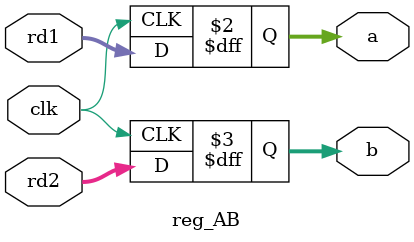
<source format=sv>
`timescale 1ns / 1ps

module reg_AB(
    input   logic [31:0] rd1, rd2,
    input   logic clk,
    output  logic [31:0] a, b
    );
    
    always_ff @(posedge clk)
        begin
            a <= rd1;
            b <= rd2;
        end
    
endmodule

</source>
